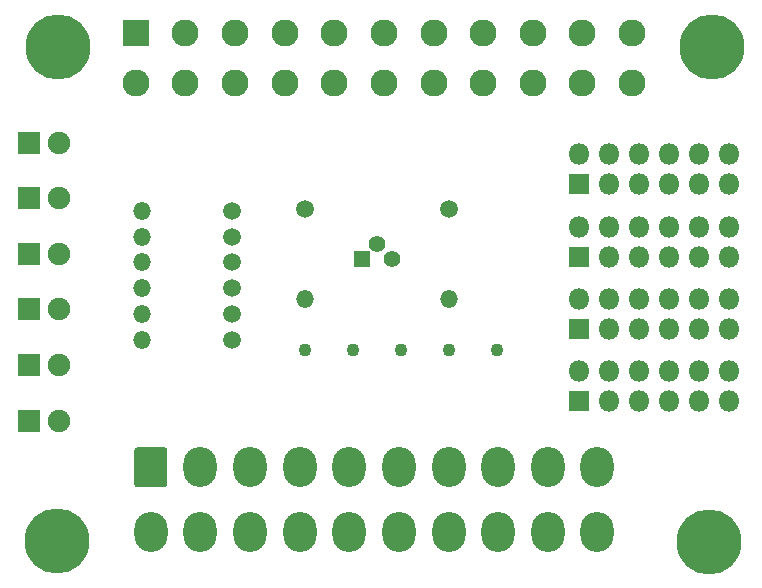
<source format=gbr>
%TF.GenerationSoftware,KiCad,Pcbnew,(5.1.6)-1*%
%TF.CreationDate,2020-09-16T20:02:01-05:00*%
%TF.ProjectId,asdf,61736466-2e6b-4696-9361-645f70636258,rev?*%
%TF.SameCoordinates,Original*%
%TF.FileFunction,Soldermask,Bot*%
%TF.FilePolarity,Negative*%
%FSLAX46Y46*%
G04 Gerber Fmt 4.6, Leading zero omitted, Abs format (unit mm)*
G04 Created by KiCad (PCBNEW (5.1.6)-1) date 2020-09-16 20:02:01*
%MOMM*%
%LPD*%
G01*
G04 APERTURE LIST*
%ADD10C,5.500000*%
%ADD11O,1.800000X1.800000*%
%ADD12R,1.800000X1.800000*%
%ADD13C,1.100000*%
%ADD14O,1.500000X1.500000*%
%ADD15C,1.500000*%
%ADD16R,1.400000X1.400000*%
%ADD17C,1.400000*%
%ADD18C,1.900000*%
%ADD19R,1.900000X1.900000*%
%ADD20C,2.275000*%
%ADD21R,2.275000X2.275000*%
%ADD22O,2.800000X3.400000*%
G04 APERTURE END LIST*
D10*
%TO.C,H4*%
X130556000Y-62674500D03*
%TD*%
%TO.C,H3*%
X130302000Y-104584500D03*
%TD*%
%TO.C,H2*%
X75120500Y-104549500D03*
%TD*%
%TO.C,H1*%
X75184000Y-62738000D03*
%TD*%
D11*
%TO.C,J6*%
X132016500Y-71755000D03*
X132016500Y-74295000D03*
X129476500Y-71755000D03*
X129476500Y-74295000D03*
X126936500Y-71755000D03*
X126936500Y-74295000D03*
X124396500Y-71755000D03*
X124396500Y-74295000D03*
X121856500Y-71755000D03*
X121856500Y-74295000D03*
X119316500Y-71755000D03*
D12*
X119316500Y-74295000D03*
%TD*%
D11*
%TO.C,J5*%
X132016500Y-77914500D03*
X132016500Y-80454500D03*
X129476500Y-77914500D03*
X129476500Y-80454500D03*
X126936500Y-77914500D03*
X126936500Y-80454500D03*
X124396500Y-77914500D03*
X124396500Y-80454500D03*
X121856500Y-77914500D03*
X121856500Y-80454500D03*
X119316500Y-77914500D03*
D12*
X119316500Y-80454500D03*
%TD*%
D11*
%TO.C,J4*%
X132016500Y-84049500D03*
X132016500Y-86589500D03*
X129476500Y-84049500D03*
X129476500Y-86589500D03*
X126936500Y-84049500D03*
X126936500Y-86589500D03*
X124396500Y-84049500D03*
X124396500Y-86589500D03*
X121856500Y-84049500D03*
X121856500Y-86589500D03*
X119316500Y-84049500D03*
D12*
X119316500Y-86589500D03*
%TD*%
D11*
%TO.C,J3*%
X132016500Y-90170000D03*
X132016500Y-92710000D03*
X129476500Y-90170000D03*
X129476500Y-92710000D03*
X126936500Y-90170000D03*
X126936500Y-92710000D03*
X124396500Y-90170000D03*
X124396500Y-92710000D03*
X121856500Y-90170000D03*
X121856500Y-92710000D03*
X119316500Y-90170000D03*
D12*
X119316500Y-92710000D03*
%TD*%
D13*
%TO.C,TP5*%
X112395000Y-88392000D03*
%TD*%
%TO.C,TP4*%
X108331000Y-88392000D03*
%TD*%
%TO.C,TP3*%
X104267000Y-88392000D03*
%TD*%
%TO.C,TP2*%
X100203000Y-88392000D03*
%TD*%
%TO.C,TP1*%
X96139000Y-88392000D03*
%TD*%
D14*
%TO.C,R8*%
X82296000Y-76581000D03*
D15*
X89916000Y-76581000D03*
%TD*%
D14*
%TO.C,R7*%
X82296000Y-78765400D03*
D15*
X89916000Y-78765400D03*
%TD*%
D14*
%TO.C,R6*%
X82296000Y-80949800D03*
D15*
X89916000Y-80949800D03*
%TD*%
D14*
%TO.C,R5*%
X82296000Y-83134200D03*
D15*
X89916000Y-83134200D03*
%TD*%
D14*
%TO.C,R4*%
X82296000Y-85318600D03*
D15*
X89916000Y-85318600D03*
%TD*%
D14*
%TO.C,R3*%
X82296000Y-87503000D03*
D15*
X89916000Y-87503000D03*
%TD*%
D14*
%TO.C,R2*%
X108331000Y-84074000D03*
D15*
X108331000Y-76454000D03*
%TD*%
D14*
%TO.C,R1*%
X96139000Y-84074000D03*
D15*
X96139000Y-76454000D03*
%TD*%
D16*
%TO.C,Q1*%
X100965000Y-80624000D03*
D17*
X103505000Y-80624000D03*
X102235000Y-79354000D03*
%TD*%
D18*
%TO.C,D6*%
X75311000Y-70802500D03*
D19*
X72771000Y-70802500D03*
%TD*%
D18*
%TO.C,D5*%
X75311000Y-75514200D03*
D19*
X72771000Y-75514200D03*
%TD*%
D18*
%TO.C,D4*%
X75311000Y-80225900D03*
D19*
X72771000Y-80225900D03*
%TD*%
D18*
%TO.C,D3*%
X75311000Y-84937600D03*
D19*
X72771000Y-84937600D03*
%TD*%
D18*
%TO.C,D2*%
X75311000Y-89649300D03*
D19*
X72771000Y-89649300D03*
%TD*%
D18*
%TO.C,D1*%
X75311000Y-94361000D03*
D19*
X72771000Y-94361000D03*
%TD*%
D20*
%TO.C,J2*%
X123788000Y-65731500D03*
X119588000Y-65731500D03*
X115388000Y-65731500D03*
X111188000Y-65731500D03*
X106988000Y-65731500D03*
X102788000Y-65731500D03*
X98588000Y-65731500D03*
X94388000Y-65731500D03*
X90188000Y-65731500D03*
X85988000Y-65731500D03*
X81788000Y-65731500D03*
X123788000Y-61531500D03*
X119588000Y-61531500D03*
X115388000Y-61531500D03*
X111188000Y-61531500D03*
X106988000Y-61531500D03*
X102788000Y-61531500D03*
X98588000Y-61531500D03*
X94388000Y-61531500D03*
X90188000Y-61531500D03*
X85988000Y-61531500D03*
D21*
X81788000Y-61531500D03*
%TD*%
D22*
%TO.C,J1*%
X120858000Y-103798000D03*
X116658000Y-103798000D03*
X112458000Y-103798000D03*
X108258000Y-103798000D03*
X104058000Y-103798000D03*
X99858000Y-103798000D03*
X95658000Y-103798000D03*
X91458000Y-103798000D03*
X87258000Y-103798000D03*
X83058000Y-103798000D03*
X120858000Y-98298000D03*
X116658000Y-98298000D03*
X112458000Y-98298000D03*
X108258000Y-98298000D03*
X104058000Y-98298000D03*
X99858000Y-98298000D03*
X95658000Y-98298000D03*
X91458000Y-98298000D03*
X87258000Y-98298000D03*
G36*
G01*
X81658000Y-99738740D02*
X81658000Y-96857260D01*
G75*
G02*
X81917260Y-96598000I259260J0D01*
G01*
X84198740Y-96598000D01*
G75*
G02*
X84458000Y-96857260I0J-259260D01*
G01*
X84458000Y-99738740D01*
G75*
G02*
X84198740Y-99998000I-259260J0D01*
G01*
X81917260Y-99998000D01*
G75*
G02*
X81658000Y-99738740I0J259260D01*
G01*
G37*
%TD*%
M02*

</source>
